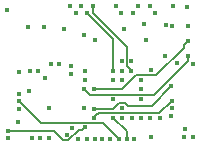
<source format=gbr>
G04 #@! TF.GenerationSoftware,KiCad,Pcbnew,(5.1.0)-1*
G04 #@! TF.CreationDate,2019-09-21T16:05:28-07:00*
G04 #@! TF.ProjectId,Miniscope-v4-wire-free,4d696e69-7363-46f7-9065-2d76342d7769,rev?*
G04 #@! TF.SameCoordinates,Original*
G04 #@! TF.FileFunction,Copper,L4,Inr*
G04 #@! TF.FilePolarity,Positive*
%FSLAX46Y46*%
G04 Gerber Fmt 4.6, Leading zero omitted, Abs format (unit mm)*
G04 Created by KiCad (PCBNEW (5.1.0)-1) date 2019-09-21 16:05:28*
%MOMM*%
%LPD*%
G04 APERTURE LIST*
%ADD10C,0.450000*%
%ADD11C,0.152400*%
G04 APERTURE END LIST*
D10*
X105267200Y-97466600D03*
X105241800Y-94926600D03*
X102676400Y-93732800D03*
X107502399Y-86874800D03*
X113039600Y-94173700D03*
X113039600Y-92539000D03*
X113903200Y-97390400D03*
X117433800Y-91142000D03*
X105394200Y-91142000D03*
X101736600Y-97441200D03*
X103463800Y-88017800D03*
X111398495Y-90948517D03*
X115681200Y-87967000D03*
X116697200Y-97339600D03*
X115630400Y-94901200D03*
X110674038Y-94173700D03*
X109102599Y-97517399D03*
X112455400Y-97492000D03*
X113293600Y-87763800D03*
X111566400Y-88221000D03*
X114614400Y-95714000D03*
X112252200Y-95739400D03*
X111439400Y-94926600D03*
X110626600Y-92539000D03*
X113065000Y-93326400D03*
X102676400Y-94952004D03*
X113776193Y-86265200D03*
X117002000Y-87941600D03*
X107731000Y-97492000D03*
X109737600Y-97492000D03*
X113827000Y-95714000D03*
X111439400Y-95714000D03*
X111439400Y-92564400D03*
X108239000Y-94926600D03*
X113039600Y-95764800D03*
X110403511Y-97492002D03*
X110652000Y-95714000D03*
X111820400Y-97492000D03*
X104784600Y-88017800D03*
X106511800Y-88246400D03*
X103844800Y-97415800D03*
X107019800Y-86265200D03*
X102701800Y-91853200D03*
X101729400Y-86620800D03*
X117408400Y-97365000D03*
X116087600Y-91065800D03*
X115579600Y-95561600D03*
X116748000Y-96653800D03*
X104911600Y-92386600D03*
X104276600Y-91751600D03*
X104479800Y-97441200D03*
X103641600Y-91777000D03*
X106765800Y-97212600D03*
X102651000Y-96095000D03*
X109051800Y-94952000D03*
X115605000Y-93047000D03*
X109026400Y-95739400D03*
X115630400Y-94291600D03*
X117002000Y-89211600D03*
X109051800Y-93326400D03*
X117002000Y-90481600D03*
X108239000Y-93326400D03*
X107172200Y-96628400D03*
X108493000Y-97492000D03*
X108271770Y-91742732D03*
X103590802Y-93428000D03*
X109153400Y-89160800D03*
X102701800Y-94317000D03*
X111159998Y-97492000D03*
X101736600Y-96857000D03*
X108260147Y-96535900D03*
X115706591Y-86265200D03*
X113429700Y-89135400D03*
X110880596Y-86265200D03*
X108213600Y-88703600D03*
X114258792Y-86874800D03*
X112226800Y-90948516D03*
X107984999Y-86265200D03*
X115079399Y-90526400D03*
X106130800Y-91167400D03*
X112328394Y-86874800D03*
X107146800Y-92005600D03*
X111363195Y-86874800D03*
X107121398Y-91370600D03*
X108467598Y-86874800D03*
X110652000Y-91728727D03*
X111439400Y-91751600D03*
X116951200Y-86316000D03*
X108950198Y-86265200D03*
X112226800Y-91751600D03*
X113852400Y-91700800D03*
X115131502Y-87907050D03*
X108264400Y-92513600D03*
X112810994Y-86265200D03*
D11*
X110652000Y-95714000D02*
X111820400Y-96882400D01*
X111820400Y-96882400D02*
X111820400Y-97173802D01*
X111820400Y-97173802D02*
X111820400Y-97492000D01*
X110677400Y-94952000D02*
X109369998Y-94952000D01*
X111160000Y-94469400D02*
X110677400Y-94952000D01*
X111718800Y-94469400D02*
X111160000Y-94469400D01*
X111947400Y-94698000D02*
X111718800Y-94469400D01*
X115605000Y-93047000D02*
X113954000Y-94698000D01*
X113954000Y-94698000D02*
X111947400Y-94698000D01*
X109369998Y-94952000D02*
X109051800Y-94952000D01*
X109251399Y-95514401D02*
X109026400Y-95739400D01*
X109441901Y-95323899D02*
X109251399Y-95514401D01*
X114598101Y-95323899D02*
X109441901Y-95323899D01*
X115630400Y-94291600D02*
X114598101Y-95323899D01*
X116652001Y-89561599D02*
X117002000Y-89211600D01*
X116652001Y-89790199D02*
X116652001Y-89561599D01*
X114309600Y-92132600D02*
X116652001Y-89790199D01*
X112582400Y-92132600D02*
X114309600Y-92132600D01*
X109051800Y-93326400D02*
X111388600Y-93326400D01*
X111388600Y-93326400D02*
X112582400Y-92132600D01*
X108239000Y-93326400D02*
X108696200Y-93783600D01*
X108696200Y-93783600D02*
X114131800Y-93783600D01*
X114131800Y-93783600D02*
X117002000Y-90913400D01*
X117002000Y-90913400D02*
X117002000Y-90481600D01*
X102701800Y-94317000D02*
X104530600Y-96145800D01*
X110934999Y-97267001D02*
X111159998Y-97492000D01*
X109813798Y-96145800D02*
X110934999Y-97267001D01*
X104530600Y-96145800D02*
X109813798Y-96145800D01*
X102054798Y-96857000D02*
X101736600Y-96857000D01*
X108035148Y-96760899D02*
X107783151Y-96760899D01*
X106890549Y-97653501D02*
X106444701Y-97653501D01*
X108260147Y-96535900D02*
X108035148Y-96760899D01*
X105648200Y-96857000D02*
X102054798Y-96857000D01*
X106444701Y-97653501D02*
X105648200Y-96857000D01*
X107783151Y-96760899D02*
X106890549Y-97653501D01*
X107984999Y-86265200D02*
X107892500Y-86357699D01*
X108467598Y-86874800D02*
X110652000Y-89059202D01*
X110652000Y-91410529D02*
X110652000Y-91728727D01*
X110652000Y-89059202D02*
X110652000Y-91410529D01*
X108950198Y-86265200D02*
X108950198Y-86849398D01*
X112001801Y-91526601D02*
X112226800Y-91751600D01*
X111836699Y-91361499D02*
X112001801Y-91526601D01*
X111836699Y-89735899D02*
X111836699Y-91361499D01*
X108950198Y-86849398D02*
X111836699Y-89735899D01*
M02*

</source>
